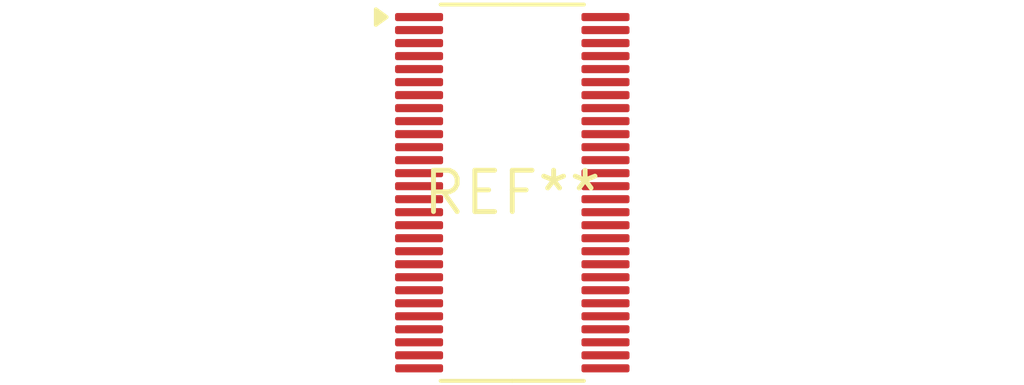
<source format=kicad_pcb>
(kicad_pcb (version 20240108) (generator pcbnew)
  (layers (0 "F.Cu" signal) (31 "B.Cu" signal) (34 "B.Paste" user) (35 "F.Paste" user) (36 "B.SilkS" user "B.Silkscreen") (37 "F.SilkS" user "F.Silkscreen") (38 "B.Mask" user) (39 "F.Mask" user) (44 "Edge.Cuts" user))
  (net 0 "")
  (footprint "TSSOP-56_4.4x11.3mm_P0.4mm" (layer "F.Cu") (at 0 0)
    (property "Reference" "REF**")
    (property "Value" "TSSOP-56_4.4x11.3mm_P0.4mm")
    (fp_line (start 0 -5.785) (end -2.2 -5.785) (layer "F.SilkS") (stroke (width 0.12)))
    (fp_line (start 0 -5.785) (end 2.2 -5.785) (layer "F.SilkS") (stroke (width 0.12)))
    (fp_line (start 0 5.785) (end -2.2 5.785) (layer "F.SilkS") (stroke (width 0.12)))
    (fp_line (start 0 5.785) (end 2.2 5.785) (layer "F.SilkS") (stroke (width 0.12)))
    (fp_poly (pts (xy -3.86 -5.4) (xy -4.19 -5.64) (xy -4.19 -5.16) (xy -3.86 -5.4)) (layer "F.SilkS") (stroke (width 0.12)) (fill solid))
    (pad "1" smd roundrect (at -2.8625 -5.4) (size 1.475 0.25) (layers "F.Cu" "F.Paste" "F.Mask"))
    (pad "2" smd roundrect (at -2.8625 -5) (size 1.475 0.25) (layers "F.Cu" "F.Paste" "F.Mask"))
    (pad "3" smd roundrect (at -2.8625 -4.6) (size 1.475 0.25) (layers "F.Cu" "F.Paste" "F.Mask"))
    (pad "4" smd roundrect (at -2.8625 -4.2) (size 1.475 0.25) (layers "F.Cu" "F.Paste" "F.Mask"))
    (pad "5" smd roundrect (at -2.8625 -3.8) (size 1.475 0.25) (layers "F.Cu" "F.Paste" "F.Mask"))
    (pad "6" smd roundrect (at -2.8625 -3.4) (size 1.475 0.25) (layers "F.Cu" "F.Paste" "F.Mask"))
    (pad "7" smd roundrect (at -2.8625 -3) (size 1.475 0.25) (layers "F.Cu" "F.Paste" "F.Mask"))
    (pad "8" smd roundrect (at -2.8625 -2.6) (size 1.475 0.25) (layers "F.Cu" "F.Paste" "F.Mask"))
    (pad "9" smd roundrect (at -2.8625 -2.2) (size 1.475 0.25) (layers "F.Cu" "F.Paste" "F.Mask"))
    (pad "10" smd roundrect (at -2.8625 -1.8) (size 1.475 0.25) (layers "F.Cu" "F.Paste" "F.Mask"))
    (pad "11" smd roundrect (at -2.8625 -1.4) (size 1.475 0.25) (layers "F.Cu" "F.Paste" "F.Mask"))
    (pad "12" smd roundrect (at -2.8625 -1) (size 1.475 0.25) (layers "F.Cu" "F.Paste" "F.Mask"))
    (pad "13" smd roundrect (at -2.8625 -0.6) (size 1.475 0.25) (layers "F.Cu" "F.Paste" "F.Mask"))
    (pad "14" smd roundrect (at -2.8625 -0.2) (size 1.475 0.25) (layers "F.Cu" "F.Paste" "F.Mask"))
    (pad "15" smd roundrect (at -2.8625 0.2) (size 1.475 0.25) (layers "F.Cu" "F.Paste" "F.Mask"))
    (pad "16" smd roundrect (at -2.8625 0.6) (size 1.475 0.25) (layers "F.Cu" "F.Paste" "F.Mask"))
    (pad "17" smd roundrect (at -2.8625 1) (size 1.475 0.25) (layers "F.Cu" "F.Paste" "F.Mask"))
    (pad "18" smd roundrect (at -2.8625 1.4) (size 1.475 0.25) (layers "F.Cu" "F.Paste" "F.Mask"))
    (pad "19" smd roundrect (at -2.8625 1.8) (size 1.475 0.25) (layers "F.Cu" "F.Paste" "F.Mask"))
    (pad "20" smd roundrect (at -2.8625 2.2) (size 1.475 0.25) (layers "F.Cu" "F.Paste" "F.Mask"))
    (pad "21" smd roundrect (at -2.8625 2.6) (size 1.475 0.25) (layers "F.Cu" "F.Paste" "F.Mask"))
    (pad "22" smd roundrect (at -2.8625 3) (size 1.475 0.25) (layers "F.Cu" "F.Paste" "F.Mask"))
    (pad "23" smd roundrect (at -2.8625 3.4) (size 1.475 0.25) (layers "F.Cu" "F.Paste" "F.Mask"))
    (pad "24" smd roundrect (at -2.8625 3.8) (size 1.475 0.25) (layers "F.Cu" "F.Paste" "F.Mask"))
    (pad "25" smd roundrect (at -2.8625 4.2) (size 1.475 0.25) (layers "F.Cu" "F.Paste" "F.Mask"))
    (pad "26" smd roundrect (at -2.8625 4.6) (size 1.475 0.25) (layers "F.Cu" "F.Paste" "F.Mask"))
    (pad "27" smd roundrect (at -2.8625 5) (size 1.475 0.25) (layers "F.Cu" "F.Paste" "F.Mask"))
    (pad "28" smd roundrect (at -2.8625 5.4) (size 1.475 0.25) (layers "F.Cu" "F.Paste" "F.Mask"))
    (pad "29" smd roundrect (at 2.8625 5.4) (size 1.475 0.25) (layers "F.Cu" "F.Paste" "F.Mask"))
    (pad "30" smd roundrect (at 2.8625 5) (size 1.475 0.25) (layers "F.Cu" "F.Paste" "F.Mask"))
    (pad "31" smd roundrect (at 2.8625 4.6) (size 1.475 0.25) (layers "F.Cu" "F.Paste" "F.Mask"))
    (pad "32" smd roundrect (at 2.8625 4.2) (size 1.475 0.25) (layers "F.Cu" "F.Paste" "F.Mask"))
    (pad "33" smd roundrect (at 2.8625 3.8) (size 1.475 0.25) (layers "F.Cu" "F.Paste" "F.Mask"))
    (pad "34" smd roundrect (at 2.8625 3.4) (size 1.475 0.25) (layers "F.Cu" "F.Paste" "F.Mask"))
    (pad "35" smd roundrect (at 2.8625 3) (size 1.475 0.25) (layers "F.Cu" "F.Paste" "F.Mask"))
    (pad "36" smd roundrect (at 2.8625 2.6) (size 1.475 0.25) (layers "F.Cu" "F.Paste" "F.Mask"))
    (pad "37" smd roundrect (at 2.8625 2.2) (size 1.475 0.25) (layers "F.Cu" "F.Paste" "F.Mask"))
    (pad "38" smd roundrect (at 2.8625 1.8) (size 1.475 0.25) (layers "F.Cu" "F.Paste" "F.Mask"))
    (pad "39" smd roundrect (at 2.8625 1.4) (size 1.475 0.25) (layers "F.Cu" "F.Paste" "F.Mask"))
    (pad "40" smd roundrect (at 2.8625 1) (size 1.475 0.25) (layers "F.Cu" "F.Paste" "F.Mask"))
    (pad "41" smd roundrect (at 2.8625 0.6) (size 1.475 0.25) (layers "F.Cu" "F.Paste" "F.Mask"))
    (pad "42" smd roundrect (at 2.8625 0.2) (size 1.475 0.25) (layers "F.Cu" "F.Paste" "F.Mask"))
    (pad "43" smd roundrect (at 2.8625 -0.2) (size 1.475 0.25) (layers "F.Cu" "F.Paste" "F.Mask"))
    (pad "44" smd roundrect (at 2.8625 -0.6) (size 1.475 0.25) (layers "F.Cu" "F.Paste" "F.Mask"))
    (pad "45" smd roundrect (at 2.8625 -1) (size 1.475 0.25) (layers "F.Cu" "F.Paste" "F.Mask"))
    (pad "46" smd roundrect (at 2.8625 -1.4) (size 1.475 0.25) (layers "F.Cu" "F.Paste" "F.Mask"))
    (pad "47" smd roundrect (at 2.8625 -1.8) (size 1.475 0.25) (layers "F.Cu" "F.Paste" "F.Mask"))
    (pad "48" smd roundrect (at 2.8625 -2.2) (size 1.475 0.25) (layers "F.Cu" "F.Paste" "F.Mask"))
    (pad "49" smd roundrect (at 2.8625 -2.6) (size 1.475 0.25) (layers "F.Cu" "F.Paste" "F.Mask"))
    (pad "50" smd roundrect (at 2.8625 -3) (size 1.475 0.25) (layers "F.Cu" "F.Paste" "F.Mask"))
    (pad "51" smd roundrect (at 2.8625 -3.4) (size 1.475 0.25) (layers "F.Cu" "F.Paste" "F.Mask"))
    (pad "52" smd roundrect (at 2.8625 -3.8) (size 1.475 0.25) (layers "F.Cu" "F.Paste" "F.Mask"))
    (pad "53" smd roundrect (at 2.8625 -4.2) (size 1.475 0.25) (layers "F.Cu" "F.Paste" "F.Mask"))
    (pad "54" smd roundrect (at 2.8625 -4.6) (size 1.475 0.25) (layers "F.Cu" "F.Paste" "F.Mask"))
    (pad "55" smd roundrect (at 2.8625 -5) (size 1.475 0.25) (layers "F.Cu" "F.Paste" "F.Mask"))
    (pad "56" smd roundrect (at 2.8625 -5.4) (size 1.475 0.25) (layers "F.Cu" "F.Paste" "F.Mask"))
  )
)
</source>
